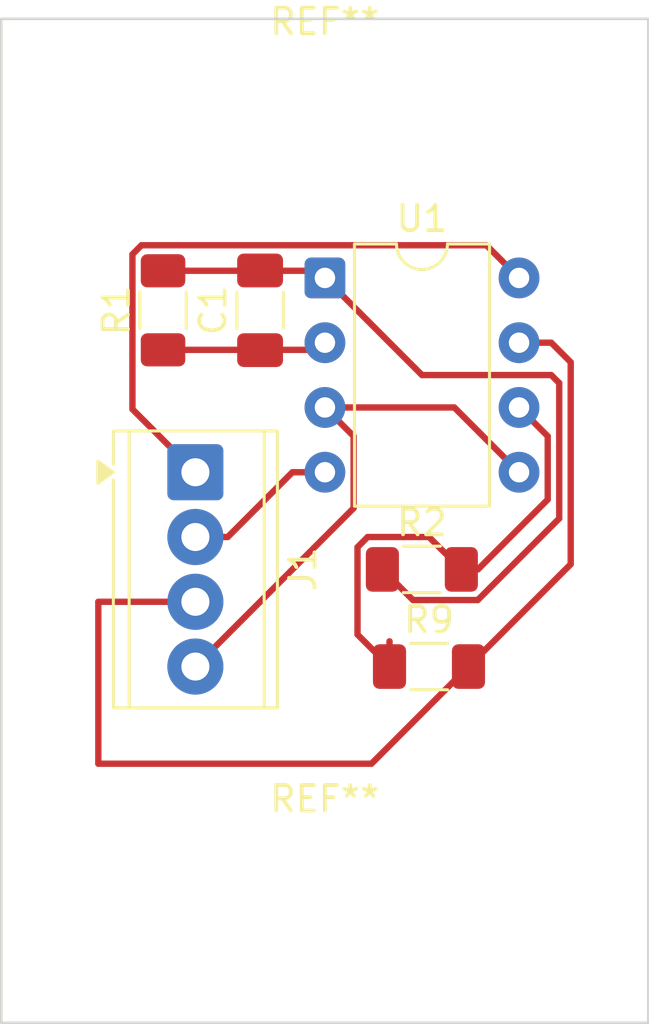
<source format=kicad_pcb>
(kicad_pcb (version 20241229) (generator "pcbnew") (generator_version "9.0")
  (layers (0 "F.Cu" signal) (2 "B.Cu" signal) (13 "F.Paste" user) (15 "B.Paste" user) (5 "F.SilkS" user "F.Silkscreen") (7 "B.SilkS" user "B.Silkscreen") (1 "F.Mask" user) (3 "B.Mask" user) (25 "Edge.Cuts" user))
  (net 0 "")
  (net 1 "Net-(C1-Pad2)")
  (net 2 "GND")
  (net 3 "Net-(U1A--)")
  (net 4 "Net-(J1-Pin_3)")
  (net 5 "-9V")
  (net 6 "+9V")
  (net 7 "Net-(U1B--)")
  (footprint "MountingHole:MountingHole_2.7mm" (layer "F.Cu") (at 153.67 106.68)
    (property "Reference" "REF**" (at 0 -3.7 0) (layer "F.SilkS"))
    (property "Value" "MountingHole_2.7mm")
    (pad "" np_thru_hole circle (at 0 0) (size 2.7 2.7) (drill 2.7) (layers "*.Cu" "*.Mask"))
  )
  (footprint "TerminalBlock_Phoenix:TerminalBlock_Phoenix_MPT-0,5-4-2.54_1x04_P2.54mm_Horizontal" (layer "F.Cu") (at 148.59 90.17 -90)
    (property "Reference" "J1" (at 3.81 -4.22 90) (layer "F.SilkS"))
    (property "Value" "Screw_Terminal_01x04")
    (fp_line (start -1.62 3.22) (end -1.62 -3.22) (stroke (width 0.12)) (layer "F.SilkS"))
    (fp_line (start -0.3 3.22) (end -1.62 3.22) (stroke (width 0.12)) (layer "F.SilkS"))
    (fp_line (start 9.24 3.22) (end 0.3 3.22) (stroke (width 0.12)) (layer "F.SilkS"))
    (fp_line (start -1.62 2.6) (end 9.24 2.6) (stroke (width 0.12)) (layer "F.SilkS"))
    (fp_line (start -1.62 -2.7) (end 9.24 -2.7) (stroke (width 0.12)) (layer "F.SilkS"))
    (fp_line (start -1.62 -3.22) (end 9.24 -3.22) (stroke (width 0.12)) (layer "F.SilkS"))
    (fp_line (start 9.24 -3.22) (end 9.24 3.22) (stroke (width 0.12)) (layer "F.SilkS"))
    (fp_poly (pts (xy 0 3.22) (xy 0.44 3.83) (xy -0.44 3.83)) (stroke (width 0.12)) (fill yes) (layer "F.SilkS"))
    (pad "1" thru_hole roundrect (at 0 0 270) (size 2.2 2.2) (drill 1.1) (layers "*.Cu" "*.Mask") (roundrect_rratio 0.113636) (net 6 "+9V"))
    (pad "2" thru_hole circle (at 2.54 0 270) (size 2.2 2.2) (drill 1.1) (layers "*.Cu" "*.Mask") (net 5 "-9V"))
    (pad "3" thru_hole circle (at 5.08 0 270) (size 2.2 2.2) (drill 1.1) (layers "*.Cu" "*.Mask") (net 4 "Net-(J1-Pin_3)"))
    (pad "4" thru_hole circle (at 7.62 0 270) (size 2.2 2.2) (drill 1.1) (layers "*.Cu" "*.Mask") (net 2 "GND"))
  )
  (footprint "Resistor_SMD:R_1206_3216Metric_Pad1.30x1.75mm_HandSolder" (layer "F.Cu") (at 157.76 97.79)
    (property "Reference" "R9" (at 0 -1.83 0) (layer "F.SilkS"))
    (property "Value" "1e+03")
    (fp_line (start -0.727064 -0.91) (end 0.727064 -0.91) (stroke (width 0.12)) (layer "F.SilkS"))
    (fp_line (start -0.727064 0.91) (end 0.727064 0.91) (stroke (width 0.12)) (layer "F.SilkS"))
    (pad "1" smd roundrect (at -1.55 0) (size 1.3 1.75) (layers "F.Cu" "F.Mask" "F.Paste") (roundrect_rratio 0.192308) (net 7 "Net-(U1B--)"))
    (pad "2" smd roundrect (at 1.55 0) (size 1.3 1.75) (layers "F.Cu" "F.Mask" "F.Paste") (roundrect_rratio 0.192308) (net 4 "Net-(J1-Pin_3)"))
  )
  (footprint "Package_DIP:DIP-8_W7.62mm" (layer "F.Cu") (at 153.675 82.55)
    (property "Reference" "U1" (at 3.81 -2.33 0) (layer "F.SilkS"))
    (property "Value" "LMC6082")
    (fp_line (start 1.16 -1.33) (end 1.16 8.95) (stroke (width 0.12)) (layer "F.SilkS"))
    (fp_line (start 1.16 8.95) (end 6.46 8.95) (stroke (width 0.12)) (layer "F.SilkS"))
    (fp_line (start 2.81 -1.33) (end 1.16 -1.33) (stroke (width 0.12)) (layer "F.SilkS"))
    (fp_line (start 6.46 -1.33) (end 4.81 -1.33) (stroke (width 0.12)) (layer "F.SilkS"))
    (fp_line (start 6.46 8.95) (end 6.46 -1.33) (stroke (width 0.12)) (layer "F.SilkS"))
    (fp_arc (start 4.81 -1.33) (mid 3.81 -0.33) (end 2.81 -1.33) (stroke (width 0.12)) (layer "F.SilkS"))
    (pad "1" thru_hole roundrect (at 0 0) (size 1.6 1.6) (drill 0.8) (layers "*.Cu" "*.Mask") (roundrect_rratio 0.15625) (net 1 "Net-(C1-Pad2)"))
    (pad "2" thru_hole circle (at 0 2.54) (size 1.6 1.6) (drill 0.8) (layers "*.Cu" "*.Mask") (net 3 "Net-(U1A--)"))
    (pad "3" thru_hole circle (at 0 5.08) (size 1.6 1.6) (drill 0.8) (layers "*.Cu" "*.Mask") (net 2 "GND"))
    (pad "4" thru_hole circle (at 0 7.62) (size 1.6 1.6) (drill 0.8) (layers "*.Cu" "*.Mask") (net 5 "-9V"))
    (pad "5" thru_hole circle (at 7.62 7.62) (size 1.6 1.6) (drill 0.8) (layers "*.Cu" "*.Mask") (net 2 "GND"))
    (pad "6" thru_hole circle (at 7.62 5.08) (size 1.6 1.6) (drill 0.8) (layers "*.Cu" "*.Mask") (net 7 "Net-(U1B--)"))
    (pad "7" thru_hole circle (at 7.62 2.54) (size 1.6 1.6) (drill 0.8) (layers "*.Cu" "*.Mask") (net 4 "Net-(J1-Pin_3)"))
    (pad "8" thru_hole circle (at 7.62 0) (size 1.6 1.6) (drill 0.8) (layers "*.Cu" "*.Mask") (net 6 "+9V"))
  )
  (footprint "MountingHole:MountingHole_2.7mm" (layer "F.Cu") (at 153.67 76.2)
    (property "Reference" "REF**" (at 0 -3.7 0) (layer "F.SilkS"))
    (property "Value" "MountingHole_2.7mm" (hide yes))
    (pad "" np_thru_hole circle (at 0 0) (size 2.7 2.7) (drill 2.7) (layers "*.Cu" "*.Mask"))
  )
  (footprint "Resistor_SMD:R_1206_3216Metric_Pad1.30x1.75mm_HandSolder" (layer "F.Cu") (at 157.48 93.98)
    (property "Reference" "R2" (at 0 -1.83 0) (layer "F.SilkS"))
    (property "Value" "1e+03")
    (fp_line (start -0.727064 -0.91) (end 0.727064 -0.91) (stroke (width 0.12)) (layer "F.SilkS"))
    (fp_line (start -0.727064 0.91) (end 0.727064 0.91) (stroke (width 0.12)) (layer "F.SilkS"))
    (pad "1" smd roundrect (at -1.55 0) (size 1.3 1.75) (layers "F.Cu" "F.Mask" "F.Paste") (roundrect_rratio 0.192308) (net 1 "Net-(C1-Pad2)"))
    (pad "2" smd roundrect (at 1.55 0) (size 1.3 1.75) (layers "F.Cu" "F.Mask" "F.Paste") (roundrect_rratio 0.192308) (net 7 "Net-(U1B--)"))
  )
  (footprint "Capacitor_SMD:C_1206_3216Metric_Pad1.33x1.80mm_HandSolder" (layer "F.Cu") (at 151.13 83.82 90)
    (property "Reference" "C1" (at 0 -1.85 90) (layer "F.SilkS"))
    (property "Value" "1e-03")
    (fp_line (start -0.711252 -0.91) (end 0.711252 -0.91) (stroke (width 0.12)) (layer "F.SilkS"))
    (fp_line (start -0.711252 0.91) (end 0.711252 0.91) (stroke (width 0.12)) (layer "F.SilkS"))
    (pad "1" smd roundrect (at -1.5625 0 90) (size 1.325 1.8) (layers "F.Cu" "F.Mask" "F.Paste") (roundrect_rratio 0.188679) (net 3 "Net-(U1A--)"))
    (pad "2" smd roundrect (at 1.5625 0 90) (size 1.325 1.8) (layers "F.Cu" "F.Mask" "F.Paste") (roundrect_rratio 0.188679) (net 1 "Net-(C1-Pad2)"))
  )
  (footprint "Resistor_SMD:R_1206_3216Metric_Pad1.30x1.75mm_HandSolder" (layer "F.Cu") (at 147.32 83.82 90)
    (property "Reference" "R1" (at 0 -1.83 90) (layer "F.SilkS"))
    (property "Value" "1e+03")
    (fp_line (start -0.727064 -0.91) (end 0.727064 -0.91) (stroke (width 0.12)) (layer "F.SilkS"))
    (fp_line (start -0.727064 0.91) (end 0.727064 0.91) (stroke (width 0.12)) (layer "F.SilkS"))
    (pad "1" smd roundrect (at -1.55 0 90) (size 1.3 1.75) (layers "F.Cu" "F.Mask" "F.Paste") (roundrect_rratio 0.192308) (net 3 "Net-(U1A--)"))
    (pad "2" smd roundrect (at 1.55 0 90) (size 1.3 1.75) (layers "F.Cu" "F.Mask" "F.Paste") (roundrect_rratio 0.192308) (net 1 "Net-(C1-Pad2)"))
  )
  (gr_rect (start 140.97 72.39) (end 166.37 111.76) (stroke (width 0.1)) (fill no) (layer "Edge.Cuts"))
  (segment (start 162.872 91.984514) (end 159.675514 95.181) (width 0.25) (layer "F.Cu") (net 1))
  (segment (start 157.131 95.181) (end 155.93 93.98) (width 0.25) (layer "F.Cu") (net 1))
  (segment (start 159.675514 95.181) (end 157.131 95.181) (width 0.25) (layer "F.Cu") (net 1))
  (segment (start 147.32 82.27) (end 153.395 82.27) (width 0.25) (layer "F.Cu") (net 1))
  (segment (start 153.395 82.27) (end 153.675 82.55) (width 0.25) (layer "F.Cu") (net 1))
  (segment (start 162.872 86.672) (end 162.872 91.984514) (width 0.25) (layer "F.Cu") (net 1))
  (segment (start 162.56 86.36) (end 162.872 86.672) (width 0.25) (layer "F.Cu") (net 1))
  (segment (start 157.485 86.36) (end 162.56 86.36) (width 0.25) (layer "F.Cu") (net 1))
  (segment (start 153.675 82.55) (end 157.485 86.36) (width 0.25) (layer "F.Cu") (net 1))
  (segment (start 148.59 97.79) (end 154.801 91.579) (width 0.25) (layer "F.Cu") (net 2))
  (segment (start 153.675 87.63) (end 158.755 87.63) (width 0.25) (layer "F.Cu") (net 2))
  (segment (start 154.801 91.579) (end 154.801 88.756) (width 0.25) (layer "F.Cu") (net 2))
  (segment (start 154.801 88.756) (end 153.675 87.63) (width 0.25) (layer "F.Cu") (net 2))
  (segment (start 158.755 87.63) (end 161.295 90.17) (width 0.25) (layer "F.Cu") (net 2))
  (segment (start 147.32 85.37) (end 153.395 85.37) (width 0.25) (layer "F.Cu") (net 3))
  (segment (start 153.395 85.37) (end 153.675 85.09) (width 0.25) (layer "F.Cu") (net 3))
  (segment (start 144.78 95.25) (end 144.78 101.6) (width 0.25) (layer "F.Cu") (net 4))
  (segment (start 163.323 93.777) (end 163.323 85.853) (width 0.25) (layer "F.Cu") (net 4))
  (segment (start 159.31 97.79) (end 163.323 93.777) (width 0.25) (layer "F.Cu") (net 4))
  (segment (start 144.78 101.6) (end 155.5 101.6) (width 0.25) (layer "F.Cu") (net 4))
  (segment (start 148.59 95.25) (end 144.78 95.25) (width 0.25) (layer "F.Cu") (net 4))
  (segment (start 162.56 85.09) (end 161.295 85.09) (width 0.25) (layer "F.Cu") (net 4))
  (segment (start 163.323 85.853) (end 162.56 85.09) (width 0.25) (layer "F.Cu") (net 4))
  (segment (start 155.5 101.6) (end 159.31 97.79) (width 0.25) (layer "F.Cu") (net 4))
  (segment (start 152.4 90.17) (end 153.675 90.17) (width 0.25) (layer "F.Cu") (net 5))
  (segment (start 149.86 92.71) (end 152.4 90.17) (width 0.25) (layer "F.Cu") (net 5))
  (segment (start 148.59 92.71) (end 149.86 92.71) (width 0.25) (layer "F.Cu") (net 5))
  (segment (start 146.474486 81.269) (end 160.014 81.269) (width 0.25) (layer "F.Cu") (net 6))
  (segment (start 160.014 81.269) (end 161.295 82.55) (width 0.25) (layer "F.Cu") (net 6))
  (segment (start 148.59 90.17) (end 146.119 87.699) (width 0.25) (layer "F.Cu") (net 6))
  (segment (start 146.119 81.624486) (end 146.474486 81.269) (width 0.25) (layer "F.Cu") (net 6))
  (segment (start 146.119 87.699) (end 146.119 81.624486) (width 0.25) (layer "F.Cu") (net 6))
  (segment (start 154.954 93.109486) (end 155.353486 92.71) (width 0.25) (layer "F.Cu") (net 7))
  (segment (start 162.421 91.239) (end 159.68 93.98) (width 0.25) (layer "F.Cu") (net 7))
  (segment (start 161.295 87.63) (end 162.421 88.756) (width 0.25) (layer "F.Cu") (net 7))
  (segment (start 162.421 88.756) (end 162.421 91.239) (width 0.25) (layer "F.Cu") (net 7))
  (segment (start 156.21 97.79) (end 156.21 96.8) (width 0.25) (layer "F.Cu") (net 7))
  (segment (start 154.954 96.534) (end 154.954 93.109486) (width 0.25) (layer "F.Cu") (net 7))
  (segment (start 157.76 92.71) (end 159.03 93.98) (width 0.25) (layer "F.Cu") (net 7))
  (segment (start 159.68 93.98) (end 159.03 93.98) (width 0.25) (layer "F.Cu") (net 7))
  (segment (start 156.21 97.79) (end 154.954 96.534) (width 0.25) (layer "F.Cu") (net 7))
  (segment (start 155.353486 92.71) (end 157.76 92.71) (width 0.25) (layer "F.Cu") (net 7))
)
</source>
